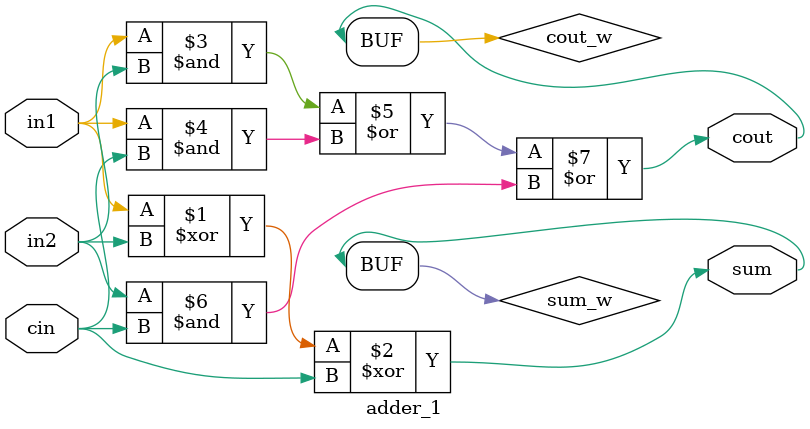
<source format=v>
module adder_32(output [31:0] sum,
                      output cout,
                      input [31:0] in1, in2,
                      input cin);

    wire [31:0] sum_w;
    wire cout_w;

    adder_16 adder_16_0(sum_w[15:0], cout_w, in1[15:0], in2[15:0], cin);
    adder_16 adder_16_1(sum_w[31:16], cout, in1[31:16], in2[31:16], cout_w);

    assign sum = sum_w;

endmodule

//Design a 16-bit adder.
//There are two 16 bit inputs (in1 and in2) and a single carry-in input bit, cin.
//The outputs are a 16 bit value, [15:0] sum, and a single carry-out output bit, cout.
//The module should utilize the inputs (in1 and in2) and the cin bit to obtain the output sum and cout values.
module adder_16(output [15:0] sum,
                      output cout,
                      input [15:0] in1, in2,
                      input cin);

    wire [15:0] sum_w;
    wire cout_w;

    adder_8 adder_8_0(sum_w[7:0], cout_w, in1[7:0], in2[7:0], cin);
    adder_8 adder_8_1(sum_w[15:8], cout, in1[15:8], in2[15:8], cout_w);

    assign sum = sum_w;

endmodule

//Design an 8-bit adder.
//There are two 8 bit inputs (in1 and in2) and a single carry-in input bit, cin.
//The outputs are a 8 bit value, [7:0] sum, and a single carry-out output bit, cout.
//The module should utilize the inputs (in1 and in2) and the cin bit to obtain the output sum and cout values.
module adder_8(output [7:0] sum,
                     output cout,
                     input [7:0] in1, in2,
                     input cin);

    wire [7:0] sum_w;
    wire cout_w;

    adder_4 adder_4_0(sum_w[3:0], cout_w, in1[3:0], in2[3:0], cin);
    adder_4 adder_4_1(sum_w[7:4], cout, in1[7:4], in2[7:4], cout_w);

    assign sum = sum_w;

endmodule

//Design a 4-bit adder.
//There are two 4 bit inputs (in1 and in2) and a single carry-in input bit, cin.
//The outputs are a 4 bit value, [3:0] sum, and a single carry-out output bit, cout.
//The module should utilize the inputs (in1 and in2) and the cin bit to obtain the output sum and cout values.
module adder_4(output [3:0] sum,
                     output cout,
                     input [3:0] in1, in2,
                     input cin);

    wire [3:0] sum_w;
    wire cout_w;

    adder_2 adder_2_0(sum_w[1:0], cout_w, in1[1:0], in2[1:0], cin);
    adder_2 adder_2_1(sum_w[3:2], cout, in1[3:2], in2[3:2], cout_w);

    assign sum = sum_w;

endmodule

//Design a 2-bit adder.
//There are two 2 bit inputs (in1 and in2) and a single carry-in input bit, cin.
//The outputs are a 2 bit value, [1:0] sum, and a single carry-out output bit, cout.
//The module should utilize the inputs (in1 and in2) and the cin bit to obtain the output sum and cout values.
module adder_2(output [1:0] sum,
                     output cout,
                     input [1:0] in1, in2,
                     input cin);

    wire [1:0] sum_w;
    wire cout_w;

    adder_1 adder_1_0(sum_w[0], cout_w, in1[0], in2[0], cin);
    adder_1 adder_1_1(sum_w[1], cout, in1[1], in2[1], cout_w);

    assign sum = sum_w;

endmodule

//Design a 1-bit adder.
//There are two 1 bit inputs (in1 and in2) and a single carry-in input bit, cin.
//The outputs are a 1 bit value, [0] sum, and a single carry-out output bit, cout.
//The module should utilize the inputs (in1 and in2) and the cin bit to obtain the output sum and cout values.
module adder_1(output [0:0] sum,
                     output cout,
                     input [0:0] in1, in2,
                     input cin);

    wire [0:0] sum_w;
    wire cout_w;

    assign sum_w = in1 ^ in2 ^ cin;
    assign cout_w = (in1 & in2) | (in1 & cin) | (in2 & cin);

    assign sum = sum_w;
    assign cout = cout_w;

endmodule
</source>
